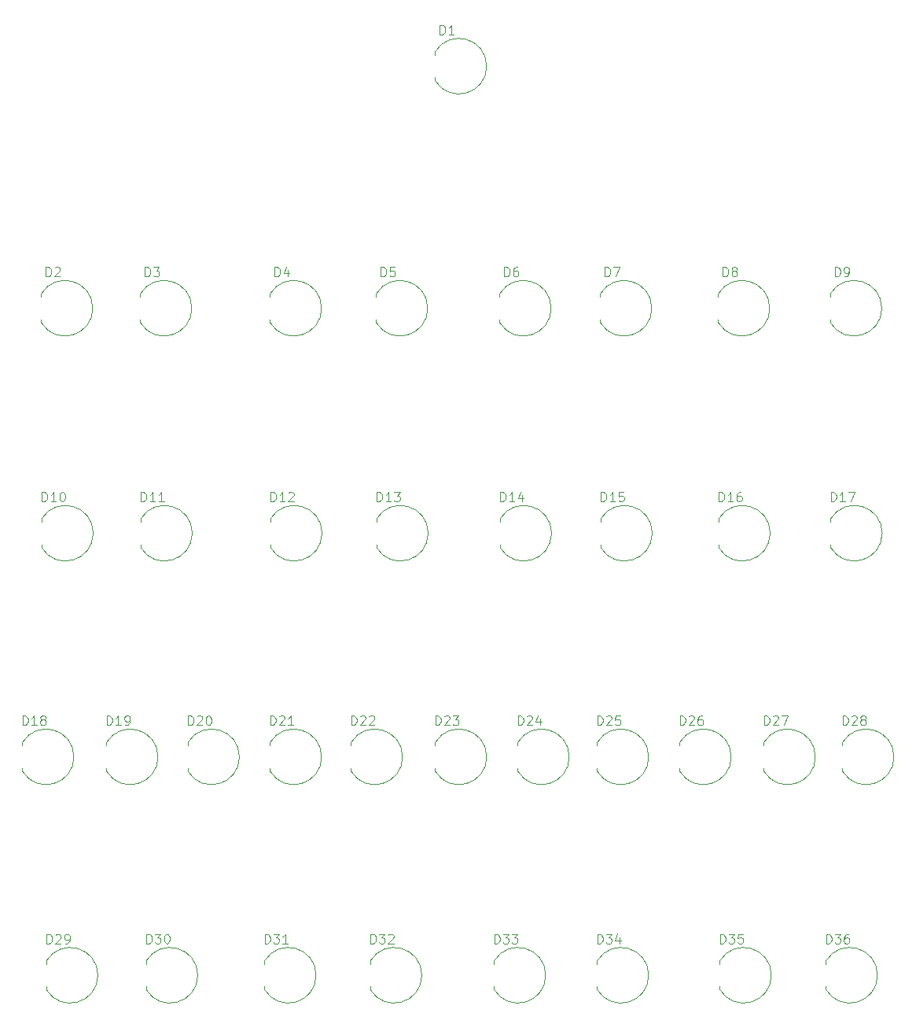
<source format=gbr>
%TF.GenerationSoftware,KiCad,Pcbnew,7.0.7*%
%TF.CreationDate,2024-10-22T18:38:38+02:00*%
%TF.ProjectId,FaceBerlinUhr,46616365-4265-4726-9c69-6e5568722e6b,rev?*%
%TF.SameCoordinates,Original*%
%TF.FileFunction,Legend,Top*%
%TF.FilePolarity,Positive*%
%FSLAX46Y46*%
G04 Gerber Fmt 4.6, Leading zero omitted, Abs format (unit mm)*
G04 Created by KiCad (PCBNEW 7.0.7) date 2024-10-22 18:38:38*
%MOMM*%
%LPD*%
G01*
G04 APERTURE LIST*
%ADD10C,0.100000*%
%ADD11C,0.120000*%
G04 APERTURE END LIST*
D10*
X132262714Y-88722419D02*
X132262714Y-87722419D01*
X132262714Y-87722419D02*
X132500809Y-87722419D01*
X132500809Y-87722419D02*
X132643666Y-87770038D01*
X132643666Y-87770038D02*
X132738904Y-87865276D01*
X132738904Y-87865276D02*
X132786523Y-87960514D01*
X132786523Y-87960514D02*
X132834142Y-88150990D01*
X132834142Y-88150990D02*
X132834142Y-88293847D01*
X132834142Y-88293847D02*
X132786523Y-88484323D01*
X132786523Y-88484323D02*
X132738904Y-88579561D01*
X132738904Y-88579561D02*
X132643666Y-88674800D01*
X132643666Y-88674800D02*
X132500809Y-88722419D01*
X132500809Y-88722419D02*
X132262714Y-88722419D01*
X133786523Y-88722419D02*
X133215095Y-88722419D01*
X133500809Y-88722419D02*
X133500809Y-87722419D01*
X133500809Y-87722419D02*
X133405571Y-87865276D01*
X133405571Y-87865276D02*
X133310333Y-87960514D01*
X133310333Y-87960514D02*
X133215095Y-88008133D01*
X134405571Y-87722419D02*
X134500809Y-87722419D01*
X134500809Y-87722419D02*
X134596047Y-87770038D01*
X134596047Y-87770038D02*
X134643666Y-87817657D01*
X134643666Y-87817657D02*
X134691285Y-87912895D01*
X134691285Y-87912895D02*
X134738904Y-88103371D01*
X134738904Y-88103371D02*
X134738904Y-88341466D01*
X134738904Y-88341466D02*
X134691285Y-88531942D01*
X134691285Y-88531942D02*
X134643666Y-88627180D01*
X134643666Y-88627180D02*
X134596047Y-88674800D01*
X134596047Y-88674800D02*
X134500809Y-88722419D01*
X134500809Y-88722419D02*
X134405571Y-88722419D01*
X134405571Y-88722419D02*
X134310333Y-88674800D01*
X134310333Y-88674800D02*
X134262714Y-88627180D01*
X134262714Y-88627180D02*
X134215095Y-88531942D01*
X134215095Y-88531942D02*
X134167476Y-88341466D01*
X134167476Y-88341466D02*
X134167476Y-88103371D01*
X134167476Y-88103371D02*
X134215095Y-87912895D01*
X134215095Y-87912895D02*
X134262714Y-87817657D01*
X134262714Y-87817657D02*
X134310333Y-87770038D01*
X134310333Y-87770038D02*
X134405571Y-87722419D01*
X217659605Y-64517419D02*
X217659605Y-63517419D01*
X217659605Y-63517419D02*
X217897700Y-63517419D01*
X217897700Y-63517419D02*
X218040557Y-63565038D01*
X218040557Y-63565038D02*
X218135795Y-63660276D01*
X218135795Y-63660276D02*
X218183414Y-63755514D01*
X218183414Y-63755514D02*
X218231033Y-63945990D01*
X218231033Y-63945990D02*
X218231033Y-64088847D01*
X218231033Y-64088847D02*
X218183414Y-64279323D01*
X218183414Y-64279323D02*
X218135795Y-64374561D01*
X218135795Y-64374561D02*
X218040557Y-64469800D01*
X218040557Y-64469800D02*
X217897700Y-64517419D01*
X217897700Y-64517419D02*
X217659605Y-64517419D01*
X218707224Y-64517419D02*
X218897700Y-64517419D01*
X218897700Y-64517419D02*
X218992938Y-64469800D01*
X218992938Y-64469800D02*
X219040557Y-64422180D01*
X219040557Y-64422180D02*
X219135795Y-64279323D01*
X219135795Y-64279323D02*
X219183414Y-64088847D01*
X219183414Y-64088847D02*
X219183414Y-63707895D01*
X219183414Y-63707895D02*
X219135795Y-63612657D01*
X219135795Y-63612657D02*
X219088176Y-63565038D01*
X219088176Y-63565038D02*
X218992938Y-63517419D01*
X218992938Y-63517419D02*
X218802462Y-63517419D01*
X218802462Y-63517419D02*
X218707224Y-63565038D01*
X218707224Y-63565038D02*
X218659605Y-63612657D01*
X218659605Y-63612657D02*
X218611986Y-63707895D01*
X218611986Y-63707895D02*
X218611986Y-63945990D01*
X218611986Y-63945990D02*
X218659605Y-64041228D01*
X218659605Y-64041228D02*
X218707224Y-64088847D01*
X218707224Y-64088847D02*
X218802462Y-64136466D01*
X218802462Y-64136466D02*
X218992938Y-64136466D01*
X218992938Y-64136466D02*
X219088176Y-64088847D01*
X219088176Y-64088847D02*
X219135795Y-64041228D01*
X219135795Y-64041228D02*
X219183414Y-63945990D01*
X168330714Y-88722419D02*
X168330714Y-87722419D01*
X168330714Y-87722419D02*
X168568809Y-87722419D01*
X168568809Y-87722419D02*
X168711666Y-87770038D01*
X168711666Y-87770038D02*
X168806904Y-87865276D01*
X168806904Y-87865276D02*
X168854523Y-87960514D01*
X168854523Y-87960514D02*
X168902142Y-88150990D01*
X168902142Y-88150990D02*
X168902142Y-88293847D01*
X168902142Y-88293847D02*
X168854523Y-88484323D01*
X168854523Y-88484323D02*
X168806904Y-88579561D01*
X168806904Y-88579561D02*
X168711666Y-88674800D01*
X168711666Y-88674800D02*
X168568809Y-88722419D01*
X168568809Y-88722419D02*
X168330714Y-88722419D01*
X169854523Y-88722419D02*
X169283095Y-88722419D01*
X169568809Y-88722419D02*
X169568809Y-87722419D01*
X169568809Y-87722419D02*
X169473571Y-87865276D01*
X169473571Y-87865276D02*
X169378333Y-87960514D01*
X169378333Y-87960514D02*
X169283095Y-88008133D01*
X170187857Y-87722419D02*
X170806904Y-87722419D01*
X170806904Y-87722419D02*
X170473571Y-88103371D01*
X170473571Y-88103371D02*
X170616428Y-88103371D01*
X170616428Y-88103371D02*
X170711666Y-88150990D01*
X170711666Y-88150990D02*
X170759285Y-88198609D01*
X170759285Y-88198609D02*
X170806904Y-88293847D01*
X170806904Y-88293847D02*
X170806904Y-88531942D01*
X170806904Y-88531942D02*
X170759285Y-88627180D01*
X170759285Y-88627180D02*
X170711666Y-88674800D01*
X170711666Y-88674800D02*
X170616428Y-88722419D01*
X170616428Y-88722419D02*
X170330714Y-88722419D01*
X170330714Y-88722419D02*
X170235476Y-88674800D01*
X170235476Y-88674800D02*
X170187857Y-88627180D01*
X148010714Y-112777419D02*
X148010714Y-111777419D01*
X148010714Y-111777419D02*
X148248809Y-111777419D01*
X148248809Y-111777419D02*
X148391666Y-111825038D01*
X148391666Y-111825038D02*
X148486904Y-111920276D01*
X148486904Y-111920276D02*
X148534523Y-112015514D01*
X148534523Y-112015514D02*
X148582142Y-112205990D01*
X148582142Y-112205990D02*
X148582142Y-112348847D01*
X148582142Y-112348847D02*
X148534523Y-112539323D01*
X148534523Y-112539323D02*
X148486904Y-112634561D01*
X148486904Y-112634561D02*
X148391666Y-112729800D01*
X148391666Y-112729800D02*
X148248809Y-112777419D01*
X148248809Y-112777419D02*
X148010714Y-112777419D01*
X148963095Y-111872657D02*
X149010714Y-111825038D01*
X149010714Y-111825038D02*
X149105952Y-111777419D01*
X149105952Y-111777419D02*
X149344047Y-111777419D01*
X149344047Y-111777419D02*
X149439285Y-111825038D01*
X149439285Y-111825038D02*
X149486904Y-111872657D01*
X149486904Y-111872657D02*
X149534523Y-111967895D01*
X149534523Y-111967895D02*
X149534523Y-112063133D01*
X149534523Y-112063133D02*
X149486904Y-112205990D01*
X149486904Y-112205990D02*
X148915476Y-112777419D01*
X148915476Y-112777419D02*
X149534523Y-112777419D01*
X150153571Y-111777419D02*
X150248809Y-111777419D01*
X150248809Y-111777419D02*
X150344047Y-111825038D01*
X150344047Y-111825038D02*
X150391666Y-111872657D01*
X150391666Y-111872657D02*
X150439285Y-111967895D01*
X150439285Y-111967895D02*
X150486904Y-112158371D01*
X150486904Y-112158371D02*
X150486904Y-112396466D01*
X150486904Y-112396466D02*
X150439285Y-112586942D01*
X150439285Y-112586942D02*
X150391666Y-112682180D01*
X150391666Y-112682180D02*
X150344047Y-112729800D01*
X150344047Y-112729800D02*
X150248809Y-112777419D01*
X150248809Y-112777419D02*
X150153571Y-112777419D01*
X150153571Y-112777419D02*
X150058333Y-112729800D01*
X150058333Y-112729800D02*
X150010714Y-112682180D01*
X150010714Y-112682180D02*
X149963095Y-112586942D01*
X149963095Y-112586942D02*
X149915476Y-112396466D01*
X149915476Y-112396466D02*
X149915476Y-112158371D01*
X149915476Y-112158371D02*
X149963095Y-111967895D01*
X149963095Y-111967895D02*
X150010714Y-111872657D01*
X150010714Y-111872657D02*
X150058333Y-111825038D01*
X150058333Y-111825038D02*
X150153571Y-111777419D01*
X156900714Y-88722419D02*
X156900714Y-87722419D01*
X156900714Y-87722419D02*
X157138809Y-87722419D01*
X157138809Y-87722419D02*
X157281666Y-87770038D01*
X157281666Y-87770038D02*
X157376904Y-87865276D01*
X157376904Y-87865276D02*
X157424523Y-87960514D01*
X157424523Y-87960514D02*
X157472142Y-88150990D01*
X157472142Y-88150990D02*
X157472142Y-88293847D01*
X157472142Y-88293847D02*
X157424523Y-88484323D01*
X157424523Y-88484323D02*
X157376904Y-88579561D01*
X157376904Y-88579561D02*
X157281666Y-88674800D01*
X157281666Y-88674800D02*
X157138809Y-88722419D01*
X157138809Y-88722419D02*
X156900714Y-88722419D01*
X158424523Y-88722419D02*
X157853095Y-88722419D01*
X158138809Y-88722419D02*
X158138809Y-87722419D01*
X158138809Y-87722419D02*
X158043571Y-87865276D01*
X158043571Y-87865276D02*
X157948333Y-87960514D01*
X157948333Y-87960514D02*
X157853095Y-88008133D01*
X158805476Y-87817657D02*
X158853095Y-87770038D01*
X158853095Y-87770038D02*
X158948333Y-87722419D01*
X158948333Y-87722419D02*
X159186428Y-87722419D01*
X159186428Y-87722419D02*
X159281666Y-87770038D01*
X159281666Y-87770038D02*
X159329285Y-87817657D01*
X159329285Y-87817657D02*
X159376904Y-87912895D01*
X159376904Y-87912895D02*
X159376904Y-88008133D01*
X159376904Y-88008133D02*
X159329285Y-88150990D01*
X159329285Y-88150990D02*
X158757857Y-88722419D01*
X158757857Y-88722419D02*
X159376904Y-88722419D01*
X192460714Y-88722419D02*
X192460714Y-87722419D01*
X192460714Y-87722419D02*
X192698809Y-87722419D01*
X192698809Y-87722419D02*
X192841666Y-87770038D01*
X192841666Y-87770038D02*
X192936904Y-87865276D01*
X192936904Y-87865276D02*
X192984523Y-87960514D01*
X192984523Y-87960514D02*
X193032142Y-88150990D01*
X193032142Y-88150990D02*
X193032142Y-88293847D01*
X193032142Y-88293847D02*
X192984523Y-88484323D01*
X192984523Y-88484323D02*
X192936904Y-88579561D01*
X192936904Y-88579561D02*
X192841666Y-88674800D01*
X192841666Y-88674800D02*
X192698809Y-88722419D01*
X192698809Y-88722419D02*
X192460714Y-88722419D01*
X193984523Y-88722419D02*
X193413095Y-88722419D01*
X193698809Y-88722419D02*
X193698809Y-87722419D01*
X193698809Y-87722419D02*
X193603571Y-87865276D01*
X193603571Y-87865276D02*
X193508333Y-87960514D01*
X193508333Y-87960514D02*
X193413095Y-88008133D01*
X194889285Y-87722419D02*
X194413095Y-87722419D01*
X194413095Y-87722419D02*
X194365476Y-88198609D01*
X194365476Y-88198609D02*
X194413095Y-88150990D01*
X194413095Y-88150990D02*
X194508333Y-88103371D01*
X194508333Y-88103371D02*
X194746428Y-88103371D01*
X194746428Y-88103371D02*
X194841666Y-88150990D01*
X194841666Y-88150990D02*
X194889285Y-88198609D01*
X194889285Y-88198609D02*
X194936904Y-88293847D01*
X194936904Y-88293847D02*
X194936904Y-88531942D01*
X194936904Y-88531942D02*
X194889285Y-88627180D01*
X194889285Y-88627180D02*
X194841666Y-88674800D01*
X194841666Y-88674800D02*
X194746428Y-88722419D01*
X194746428Y-88722419D02*
X194508333Y-88722419D01*
X194508333Y-88722419D02*
X194413095Y-88674800D01*
X194413095Y-88674800D02*
X194365476Y-88627180D01*
X182057205Y-64517419D02*
X182057205Y-63517419D01*
X182057205Y-63517419D02*
X182295300Y-63517419D01*
X182295300Y-63517419D02*
X182438157Y-63565038D01*
X182438157Y-63565038D02*
X182533395Y-63660276D01*
X182533395Y-63660276D02*
X182581014Y-63755514D01*
X182581014Y-63755514D02*
X182628633Y-63945990D01*
X182628633Y-63945990D02*
X182628633Y-64088847D01*
X182628633Y-64088847D02*
X182581014Y-64279323D01*
X182581014Y-64279323D02*
X182533395Y-64374561D01*
X182533395Y-64374561D02*
X182438157Y-64469800D01*
X182438157Y-64469800D02*
X182295300Y-64517419D01*
X182295300Y-64517419D02*
X182057205Y-64517419D01*
X183485776Y-63517419D02*
X183295300Y-63517419D01*
X183295300Y-63517419D02*
X183200062Y-63565038D01*
X183200062Y-63565038D02*
X183152443Y-63612657D01*
X183152443Y-63612657D02*
X183057205Y-63755514D01*
X183057205Y-63755514D02*
X183009586Y-63945990D01*
X183009586Y-63945990D02*
X183009586Y-64326942D01*
X183009586Y-64326942D02*
X183057205Y-64422180D01*
X183057205Y-64422180D02*
X183104824Y-64469800D01*
X183104824Y-64469800D02*
X183200062Y-64517419D01*
X183200062Y-64517419D02*
X183390538Y-64517419D01*
X183390538Y-64517419D02*
X183485776Y-64469800D01*
X183485776Y-64469800D02*
X183533395Y-64422180D01*
X183533395Y-64422180D02*
X183581014Y-64326942D01*
X183581014Y-64326942D02*
X183581014Y-64088847D01*
X183581014Y-64088847D02*
X183533395Y-63993609D01*
X183533395Y-63993609D02*
X183485776Y-63945990D01*
X183485776Y-63945990D02*
X183390538Y-63898371D01*
X183390538Y-63898371D02*
X183200062Y-63898371D01*
X183200062Y-63898371D02*
X183104824Y-63945990D01*
X183104824Y-63945990D02*
X183057205Y-63993609D01*
X183057205Y-63993609D02*
X183009586Y-64088847D01*
X130188414Y-112777419D02*
X130188414Y-111777419D01*
X130188414Y-111777419D02*
X130426509Y-111777419D01*
X130426509Y-111777419D02*
X130569366Y-111825038D01*
X130569366Y-111825038D02*
X130664604Y-111920276D01*
X130664604Y-111920276D02*
X130712223Y-112015514D01*
X130712223Y-112015514D02*
X130759842Y-112205990D01*
X130759842Y-112205990D02*
X130759842Y-112348847D01*
X130759842Y-112348847D02*
X130712223Y-112539323D01*
X130712223Y-112539323D02*
X130664604Y-112634561D01*
X130664604Y-112634561D02*
X130569366Y-112729800D01*
X130569366Y-112729800D02*
X130426509Y-112777419D01*
X130426509Y-112777419D02*
X130188414Y-112777419D01*
X131712223Y-112777419D02*
X131140795Y-112777419D01*
X131426509Y-112777419D02*
X131426509Y-111777419D01*
X131426509Y-111777419D02*
X131331271Y-111920276D01*
X131331271Y-111920276D02*
X131236033Y-112015514D01*
X131236033Y-112015514D02*
X131140795Y-112063133D01*
X132283652Y-112205990D02*
X132188414Y-112158371D01*
X132188414Y-112158371D02*
X132140795Y-112110752D01*
X132140795Y-112110752D02*
X132093176Y-112015514D01*
X132093176Y-112015514D02*
X132093176Y-111967895D01*
X132093176Y-111967895D02*
X132140795Y-111872657D01*
X132140795Y-111872657D02*
X132188414Y-111825038D01*
X132188414Y-111825038D02*
X132283652Y-111777419D01*
X132283652Y-111777419D02*
X132474128Y-111777419D01*
X132474128Y-111777419D02*
X132569366Y-111825038D01*
X132569366Y-111825038D02*
X132616985Y-111872657D01*
X132616985Y-111872657D02*
X132664604Y-111967895D01*
X132664604Y-111967895D02*
X132664604Y-112015514D01*
X132664604Y-112015514D02*
X132616985Y-112110752D01*
X132616985Y-112110752D02*
X132569366Y-112158371D01*
X132569366Y-112158371D02*
X132474128Y-112205990D01*
X132474128Y-112205990D02*
X132283652Y-112205990D01*
X132283652Y-112205990D02*
X132188414Y-112253609D01*
X132188414Y-112253609D02*
X132140795Y-112301228D01*
X132140795Y-112301228D02*
X132093176Y-112396466D01*
X132093176Y-112396466D02*
X132093176Y-112586942D01*
X132093176Y-112586942D02*
X132140795Y-112682180D01*
X132140795Y-112682180D02*
X132188414Y-112729800D01*
X132188414Y-112729800D02*
X132283652Y-112777419D01*
X132283652Y-112777419D02*
X132474128Y-112777419D01*
X132474128Y-112777419D02*
X132569366Y-112729800D01*
X132569366Y-112729800D02*
X132616985Y-112682180D01*
X132616985Y-112682180D02*
X132664604Y-112586942D01*
X132664604Y-112586942D02*
X132664604Y-112396466D01*
X132664604Y-112396466D02*
X132616985Y-112301228D01*
X132616985Y-112301228D02*
X132569366Y-112253609D01*
X132569366Y-112253609D02*
X132474128Y-112205990D01*
X139247714Y-112777419D02*
X139247714Y-111777419D01*
X139247714Y-111777419D02*
X139485809Y-111777419D01*
X139485809Y-111777419D02*
X139628666Y-111825038D01*
X139628666Y-111825038D02*
X139723904Y-111920276D01*
X139723904Y-111920276D02*
X139771523Y-112015514D01*
X139771523Y-112015514D02*
X139819142Y-112205990D01*
X139819142Y-112205990D02*
X139819142Y-112348847D01*
X139819142Y-112348847D02*
X139771523Y-112539323D01*
X139771523Y-112539323D02*
X139723904Y-112634561D01*
X139723904Y-112634561D02*
X139628666Y-112729800D01*
X139628666Y-112729800D02*
X139485809Y-112777419D01*
X139485809Y-112777419D02*
X139247714Y-112777419D01*
X140771523Y-112777419D02*
X140200095Y-112777419D01*
X140485809Y-112777419D02*
X140485809Y-111777419D01*
X140485809Y-111777419D02*
X140390571Y-111920276D01*
X140390571Y-111920276D02*
X140295333Y-112015514D01*
X140295333Y-112015514D02*
X140200095Y-112063133D01*
X141247714Y-112777419D02*
X141438190Y-112777419D01*
X141438190Y-112777419D02*
X141533428Y-112729800D01*
X141533428Y-112729800D02*
X141581047Y-112682180D01*
X141581047Y-112682180D02*
X141676285Y-112539323D01*
X141676285Y-112539323D02*
X141723904Y-112348847D01*
X141723904Y-112348847D02*
X141723904Y-111967895D01*
X141723904Y-111967895D02*
X141676285Y-111872657D01*
X141676285Y-111872657D02*
X141628666Y-111825038D01*
X141628666Y-111825038D02*
X141533428Y-111777419D01*
X141533428Y-111777419D02*
X141342952Y-111777419D01*
X141342952Y-111777419D02*
X141247714Y-111825038D01*
X141247714Y-111825038D02*
X141200095Y-111872657D01*
X141200095Y-111872657D02*
X141152476Y-111967895D01*
X141152476Y-111967895D02*
X141152476Y-112205990D01*
X141152476Y-112205990D02*
X141200095Y-112301228D01*
X141200095Y-112301228D02*
X141247714Y-112348847D01*
X141247714Y-112348847D02*
X141342952Y-112396466D01*
X141342952Y-112396466D02*
X141533428Y-112396466D01*
X141533428Y-112396466D02*
X141628666Y-112348847D01*
X141628666Y-112348847D02*
X141676285Y-112301228D01*
X141676285Y-112301228D02*
X141723904Y-112205990D01*
X156265714Y-136272419D02*
X156265714Y-135272419D01*
X156265714Y-135272419D02*
X156503809Y-135272419D01*
X156503809Y-135272419D02*
X156646666Y-135320038D01*
X156646666Y-135320038D02*
X156741904Y-135415276D01*
X156741904Y-135415276D02*
X156789523Y-135510514D01*
X156789523Y-135510514D02*
X156837142Y-135700990D01*
X156837142Y-135700990D02*
X156837142Y-135843847D01*
X156837142Y-135843847D02*
X156789523Y-136034323D01*
X156789523Y-136034323D02*
X156741904Y-136129561D01*
X156741904Y-136129561D02*
X156646666Y-136224800D01*
X156646666Y-136224800D02*
X156503809Y-136272419D01*
X156503809Y-136272419D02*
X156265714Y-136272419D01*
X157170476Y-135272419D02*
X157789523Y-135272419D01*
X157789523Y-135272419D02*
X157456190Y-135653371D01*
X157456190Y-135653371D02*
X157599047Y-135653371D01*
X157599047Y-135653371D02*
X157694285Y-135700990D01*
X157694285Y-135700990D02*
X157741904Y-135748609D01*
X157741904Y-135748609D02*
X157789523Y-135843847D01*
X157789523Y-135843847D02*
X157789523Y-136081942D01*
X157789523Y-136081942D02*
X157741904Y-136177180D01*
X157741904Y-136177180D02*
X157694285Y-136224800D01*
X157694285Y-136224800D02*
X157599047Y-136272419D01*
X157599047Y-136272419D02*
X157313333Y-136272419D01*
X157313333Y-136272419D02*
X157218095Y-136224800D01*
X157218095Y-136224800D02*
X157170476Y-136177180D01*
X158741904Y-136272419D02*
X158170476Y-136272419D01*
X158456190Y-136272419D02*
X158456190Y-135272419D01*
X158456190Y-135272419D02*
X158360952Y-135415276D01*
X158360952Y-135415276D02*
X158265714Y-135510514D01*
X158265714Y-135510514D02*
X158170476Y-135558133D01*
X167653414Y-136272419D02*
X167653414Y-135272419D01*
X167653414Y-135272419D02*
X167891509Y-135272419D01*
X167891509Y-135272419D02*
X168034366Y-135320038D01*
X168034366Y-135320038D02*
X168129604Y-135415276D01*
X168129604Y-135415276D02*
X168177223Y-135510514D01*
X168177223Y-135510514D02*
X168224842Y-135700990D01*
X168224842Y-135700990D02*
X168224842Y-135843847D01*
X168224842Y-135843847D02*
X168177223Y-136034323D01*
X168177223Y-136034323D02*
X168129604Y-136129561D01*
X168129604Y-136129561D02*
X168034366Y-136224800D01*
X168034366Y-136224800D02*
X167891509Y-136272419D01*
X167891509Y-136272419D02*
X167653414Y-136272419D01*
X168558176Y-135272419D02*
X169177223Y-135272419D01*
X169177223Y-135272419D02*
X168843890Y-135653371D01*
X168843890Y-135653371D02*
X168986747Y-135653371D01*
X168986747Y-135653371D02*
X169081985Y-135700990D01*
X169081985Y-135700990D02*
X169129604Y-135748609D01*
X169129604Y-135748609D02*
X169177223Y-135843847D01*
X169177223Y-135843847D02*
X169177223Y-136081942D01*
X169177223Y-136081942D02*
X169129604Y-136177180D01*
X169129604Y-136177180D02*
X169081985Y-136224800D01*
X169081985Y-136224800D02*
X168986747Y-136272419D01*
X168986747Y-136272419D02*
X168701033Y-136272419D01*
X168701033Y-136272419D02*
X168605795Y-136224800D01*
X168605795Y-136224800D02*
X168558176Y-136177180D01*
X169558176Y-135367657D02*
X169605795Y-135320038D01*
X169605795Y-135320038D02*
X169701033Y-135272419D01*
X169701033Y-135272419D02*
X169939128Y-135272419D01*
X169939128Y-135272419D02*
X170034366Y-135320038D01*
X170034366Y-135320038D02*
X170081985Y-135367657D01*
X170081985Y-135367657D02*
X170129604Y-135462895D01*
X170129604Y-135462895D02*
X170129604Y-135558133D01*
X170129604Y-135558133D02*
X170081985Y-135700990D01*
X170081985Y-135700990D02*
X169510557Y-136272419D01*
X169510557Y-136272419D02*
X170129604Y-136272419D01*
X205287714Y-136272419D02*
X205287714Y-135272419D01*
X205287714Y-135272419D02*
X205525809Y-135272419D01*
X205525809Y-135272419D02*
X205668666Y-135320038D01*
X205668666Y-135320038D02*
X205763904Y-135415276D01*
X205763904Y-135415276D02*
X205811523Y-135510514D01*
X205811523Y-135510514D02*
X205859142Y-135700990D01*
X205859142Y-135700990D02*
X205859142Y-135843847D01*
X205859142Y-135843847D02*
X205811523Y-136034323D01*
X205811523Y-136034323D02*
X205763904Y-136129561D01*
X205763904Y-136129561D02*
X205668666Y-136224800D01*
X205668666Y-136224800D02*
X205525809Y-136272419D01*
X205525809Y-136272419D02*
X205287714Y-136272419D01*
X206192476Y-135272419D02*
X206811523Y-135272419D01*
X206811523Y-135272419D02*
X206478190Y-135653371D01*
X206478190Y-135653371D02*
X206621047Y-135653371D01*
X206621047Y-135653371D02*
X206716285Y-135700990D01*
X206716285Y-135700990D02*
X206763904Y-135748609D01*
X206763904Y-135748609D02*
X206811523Y-135843847D01*
X206811523Y-135843847D02*
X206811523Y-136081942D01*
X206811523Y-136081942D02*
X206763904Y-136177180D01*
X206763904Y-136177180D02*
X206716285Y-136224800D01*
X206716285Y-136224800D02*
X206621047Y-136272419D01*
X206621047Y-136272419D02*
X206335333Y-136272419D01*
X206335333Y-136272419D02*
X206240095Y-136224800D01*
X206240095Y-136224800D02*
X206192476Y-136177180D01*
X207716285Y-135272419D02*
X207240095Y-135272419D01*
X207240095Y-135272419D02*
X207192476Y-135748609D01*
X207192476Y-135748609D02*
X207240095Y-135700990D01*
X207240095Y-135700990D02*
X207335333Y-135653371D01*
X207335333Y-135653371D02*
X207573428Y-135653371D01*
X207573428Y-135653371D02*
X207668666Y-135700990D01*
X207668666Y-135700990D02*
X207716285Y-135748609D01*
X207716285Y-135748609D02*
X207763904Y-135843847D01*
X207763904Y-135843847D02*
X207763904Y-136081942D01*
X207763904Y-136081942D02*
X207716285Y-136177180D01*
X207716285Y-136177180D02*
X207668666Y-136224800D01*
X207668666Y-136224800D02*
X207573428Y-136272419D01*
X207573428Y-136272419D02*
X207335333Y-136272419D01*
X207335333Y-136272419D02*
X207240095Y-136224800D01*
X207240095Y-136224800D02*
X207192476Y-136177180D01*
X174638414Y-112777419D02*
X174638414Y-111777419D01*
X174638414Y-111777419D02*
X174876509Y-111777419D01*
X174876509Y-111777419D02*
X175019366Y-111825038D01*
X175019366Y-111825038D02*
X175114604Y-111920276D01*
X175114604Y-111920276D02*
X175162223Y-112015514D01*
X175162223Y-112015514D02*
X175209842Y-112205990D01*
X175209842Y-112205990D02*
X175209842Y-112348847D01*
X175209842Y-112348847D02*
X175162223Y-112539323D01*
X175162223Y-112539323D02*
X175114604Y-112634561D01*
X175114604Y-112634561D02*
X175019366Y-112729800D01*
X175019366Y-112729800D02*
X174876509Y-112777419D01*
X174876509Y-112777419D02*
X174638414Y-112777419D01*
X175590795Y-111872657D02*
X175638414Y-111825038D01*
X175638414Y-111825038D02*
X175733652Y-111777419D01*
X175733652Y-111777419D02*
X175971747Y-111777419D01*
X175971747Y-111777419D02*
X176066985Y-111825038D01*
X176066985Y-111825038D02*
X176114604Y-111872657D01*
X176114604Y-111872657D02*
X176162223Y-111967895D01*
X176162223Y-111967895D02*
X176162223Y-112063133D01*
X176162223Y-112063133D02*
X176114604Y-112205990D01*
X176114604Y-112205990D02*
X175543176Y-112777419D01*
X175543176Y-112777419D02*
X176162223Y-112777419D01*
X176495557Y-111777419D02*
X177114604Y-111777419D01*
X177114604Y-111777419D02*
X176781271Y-112158371D01*
X176781271Y-112158371D02*
X176924128Y-112158371D01*
X176924128Y-112158371D02*
X177019366Y-112205990D01*
X177019366Y-112205990D02*
X177066985Y-112253609D01*
X177066985Y-112253609D02*
X177114604Y-112348847D01*
X177114604Y-112348847D02*
X177114604Y-112586942D01*
X177114604Y-112586942D02*
X177066985Y-112682180D01*
X177066985Y-112682180D02*
X177019366Y-112729800D01*
X177019366Y-112729800D02*
X176924128Y-112777419D01*
X176924128Y-112777419D02*
X176638414Y-112777419D01*
X176638414Y-112777419D02*
X176543176Y-112729800D01*
X176543176Y-112729800D02*
X176495557Y-112682180D01*
X192079714Y-112777419D02*
X192079714Y-111777419D01*
X192079714Y-111777419D02*
X192317809Y-111777419D01*
X192317809Y-111777419D02*
X192460666Y-111825038D01*
X192460666Y-111825038D02*
X192555904Y-111920276D01*
X192555904Y-111920276D02*
X192603523Y-112015514D01*
X192603523Y-112015514D02*
X192651142Y-112205990D01*
X192651142Y-112205990D02*
X192651142Y-112348847D01*
X192651142Y-112348847D02*
X192603523Y-112539323D01*
X192603523Y-112539323D02*
X192555904Y-112634561D01*
X192555904Y-112634561D02*
X192460666Y-112729800D01*
X192460666Y-112729800D02*
X192317809Y-112777419D01*
X192317809Y-112777419D02*
X192079714Y-112777419D01*
X193032095Y-111872657D02*
X193079714Y-111825038D01*
X193079714Y-111825038D02*
X193174952Y-111777419D01*
X193174952Y-111777419D02*
X193413047Y-111777419D01*
X193413047Y-111777419D02*
X193508285Y-111825038D01*
X193508285Y-111825038D02*
X193555904Y-111872657D01*
X193555904Y-111872657D02*
X193603523Y-111967895D01*
X193603523Y-111967895D02*
X193603523Y-112063133D01*
X193603523Y-112063133D02*
X193555904Y-112205990D01*
X193555904Y-112205990D02*
X192984476Y-112777419D01*
X192984476Y-112777419D02*
X193603523Y-112777419D01*
X194508285Y-111777419D02*
X194032095Y-111777419D01*
X194032095Y-111777419D02*
X193984476Y-112253609D01*
X193984476Y-112253609D02*
X194032095Y-112205990D01*
X194032095Y-112205990D02*
X194127333Y-112158371D01*
X194127333Y-112158371D02*
X194365428Y-112158371D01*
X194365428Y-112158371D02*
X194460666Y-112205990D01*
X194460666Y-112205990D02*
X194508285Y-112253609D01*
X194508285Y-112253609D02*
X194555904Y-112348847D01*
X194555904Y-112348847D02*
X194555904Y-112586942D01*
X194555904Y-112586942D02*
X194508285Y-112682180D01*
X194508285Y-112682180D02*
X194460666Y-112729800D01*
X194460666Y-112729800D02*
X194365428Y-112777419D01*
X194365428Y-112777419D02*
X194127333Y-112777419D01*
X194127333Y-112777419D02*
X194032095Y-112729800D01*
X194032095Y-112729800D02*
X193984476Y-112682180D01*
X183528414Y-112777419D02*
X183528414Y-111777419D01*
X183528414Y-111777419D02*
X183766509Y-111777419D01*
X183766509Y-111777419D02*
X183909366Y-111825038D01*
X183909366Y-111825038D02*
X184004604Y-111920276D01*
X184004604Y-111920276D02*
X184052223Y-112015514D01*
X184052223Y-112015514D02*
X184099842Y-112205990D01*
X184099842Y-112205990D02*
X184099842Y-112348847D01*
X184099842Y-112348847D02*
X184052223Y-112539323D01*
X184052223Y-112539323D02*
X184004604Y-112634561D01*
X184004604Y-112634561D02*
X183909366Y-112729800D01*
X183909366Y-112729800D02*
X183766509Y-112777419D01*
X183766509Y-112777419D02*
X183528414Y-112777419D01*
X184480795Y-111872657D02*
X184528414Y-111825038D01*
X184528414Y-111825038D02*
X184623652Y-111777419D01*
X184623652Y-111777419D02*
X184861747Y-111777419D01*
X184861747Y-111777419D02*
X184956985Y-111825038D01*
X184956985Y-111825038D02*
X185004604Y-111872657D01*
X185004604Y-111872657D02*
X185052223Y-111967895D01*
X185052223Y-111967895D02*
X185052223Y-112063133D01*
X185052223Y-112063133D02*
X185004604Y-112205990D01*
X185004604Y-112205990D02*
X184433176Y-112777419D01*
X184433176Y-112777419D02*
X185052223Y-112777419D01*
X185909366Y-112110752D02*
X185909366Y-112777419D01*
X185671271Y-111729800D02*
X185433176Y-112444085D01*
X185433176Y-112444085D02*
X186052223Y-112444085D01*
X216717714Y-136272419D02*
X216717714Y-135272419D01*
X216717714Y-135272419D02*
X216955809Y-135272419D01*
X216955809Y-135272419D02*
X217098666Y-135320038D01*
X217098666Y-135320038D02*
X217193904Y-135415276D01*
X217193904Y-135415276D02*
X217241523Y-135510514D01*
X217241523Y-135510514D02*
X217289142Y-135700990D01*
X217289142Y-135700990D02*
X217289142Y-135843847D01*
X217289142Y-135843847D02*
X217241523Y-136034323D01*
X217241523Y-136034323D02*
X217193904Y-136129561D01*
X217193904Y-136129561D02*
X217098666Y-136224800D01*
X217098666Y-136224800D02*
X216955809Y-136272419D01*
X216955809Y-136272419D02*
X216717714Y-136272419D01*
X217622476Y-135272419D02*
X218241523Y-135272419D01*
X218241523Y-135272419D02*
X217908190Y-135653371D01*
X217908190Y-135653371D02*
X218051047Y-135653371D01*
X218051047Y-135653371D02*
X218146285Y-135700990D01*
X218146285Y-135700990D02*
X218193904Y-135748609D01*
X218193904Y-135748609D02*
X218241523Y-135843847D01*
X218241523Y-135843847D02*
X218241523Y-136081942D01*
X218241523Y-136081942D02*
X218193904Y-136177180D01*
X218193904Y-136177180D02*
X218146285Y-136224800D01*
X218146285Y-136224800D02*
X218051047Y-136272419D01*
X218051047Y-136272419D02*
X217765333Y-136272419D01*
X217765333Y-136272419D02*
X217670095Y-136224800D01*
X217670095Y-136224800D02*
X217622476Y-136177180D01*
X219098666Y-135272419D02*
X218908190Y-135272419D01*
X218908190Y-135272419D02*
X218812952Y-135320038D01*
X218812952Y-135320038D02*
X218765333Y-135367657D01*
X218765333Y-135367657D02*
X218670095Y-135510514D01*
X218670095Y-135510514D02*
X218622476Y-135700990D01*
X218622476Y-135700990D02*
X218622476Y-136081942D01*
X218622476Y-136081942D02*
X218670095Y-136177180D01*
X218670095Y-136177180D02*
X218717714Y-136224800D01*
X218717714Y-136224800D02*
X218812952Y-136272419D01*
X218812952Y-136272419D02*
X219003428Y-136272419D01*
X219003428Y-136272419D02*
X219098666Y-136224800D01*
X219098666Y-136224800D02*
X219146285Y-136177180D01*
X219146285Y-136177180D02*
X219193904Y-136081942D01*
X219193904Y-136081942D02*
X219193904Y-135843847D01*
X219193904Y-135843847D02*
X219146285Y-135748609D01*
X219146285Y-135748609D02*
X219098666Y-135700990D01*
X219098666Y-135700990D02*
X219003428Y-135653371D01*
X219003428Y-135653371D02*
X218812952Y-135653371D01*
X218812952Y-135653371D02*
X218717714Y-135700990D01*
X218717714Y-135700990D02*
X218670095Y-135748609D01*
X218670095Y-135748609D02*
X218622476Y-135843847D01*
X210029014Y-112777419D02*
X210029014Y-111777419D01*
X210029014Y-111777419D02*
X210267109Y-111777419D01*
X210267109Y-111777419D02*
X210409966Y-111825038D01*
X210409966Y-111825038D02*
X210505204Y-111920276D01*
X210505204Y-111920276D02*
X210552823Y-112015514D01*
X210552823Y-112015514D02*
X210600442Y-112205990D01*
X210600442Y-112205990D02*
X210600442Y-112348847D01*
X210600442Y-112348847D02*
X210552823Y-112539323D01*
X210552823Y-112539323D02*
X210505204Y-112634561D01*
X210505204Y-112634561D02*
X210409966Y-112729800D01*
X210409966Y-112729800D02*
X210267109Y-112777419D01*
X210267109Y-112777419D02*
X210029014Y-112777419D01*
X210981395Y-111872657D02*
X211029014Y-111825038D01*
X211029014Y-111825038D02*
X211124252Y-111777419D01*
X211124252Y-111777419D02*
X211362347Y-111777419D01*
X211362347Y-111777419D02*
X211457585Y-111825038D01*
X211457585Y-111825038D02*
X211505204Y-111872657D01*
X211505204Y-111872657D02*
X211552823Y-111967895D01*
X211552823Y-111967895D02*
X211552823Y-112063133D01*
X211552823Y-112063133D02*
X211505204Y-112205990D01*
X211505204Y-112205990D02*
X210933776Y-112777419D01*
X210933776Y-112777419D02*
X211552823Y-112777419D01*
X211886157Y-111777419D02*
X212552823Y-111777419D01*
X212552823Y-111777419D02*
X212124252Y-112777419D01*
X156858414Y-112777419D02*
X156858414Y-111777419D01*
X156858414Y-111777419D02*
X157096509Y-111777419D01*
X157096509Y-111777419D02*
X157239366Y-111825038D01*
X157239366Y-111825038D02*
X157334604Y-111920276D01*
X157334604Y-111920276D02*
X157382223Y-112015514D01*
X157382223Y-112015514D02*
X157429842Y-112205990D01*
X157429842Y-112205990D02*
X157429842Y-112348847D01*
X157429842Y-112348847D02*
X157382223Y-112539323D01*
X157382223Y-112539323D02*
X157334604Y-112634561D01*
X157334604Y-112634561D02*
X157239366Y-112729800D01*
X157239366Y-112729800D02*
X157096509Y-112777419D01*
X157096509Y-112777419D02*
X156858414Y-112777419D01*
X157810795Y-111872657D02*
X157858414Y-111825038D01*
X157858414Y-111825038D02*
X157953652Y-111777419D01*
X157953652Y-111777419D02*
X158191747Y-111777419D01*
X158191747Y-111777419D02*
X158286985Y-111825038D01*
X158286985Y-111825038D02*
X158334604Y-111872657D01*
X158334604Y-111872657D02*
X158382223Y-111967895D01*
X158382223Y-111967895D02*
X158382223Y-112063133D01*
X158382223Y-112063133D02*
X158334604Y-112205990D01*
X158334604Y-112205990D02*
X157763176Y-112777419D01*
X157763176Y-112777419D02*
X158382223Y-112777419D01*
X159334604Y-112777419D02*
X158763176Y-112777419D01*
X159048890Y-112777419D02*
X159048890Y-111777419D01*
X159048890Y-111777419D02*
X158953652Y-111920276D01*
X158953652Y-111920276D02*
X158858414Y-112015514D01*
X158858414Y-112015514D02*
X158763176Y-112063133D01*
X181623414Y-88722419D02*
X181623414Y-87722419D01*
X181623414Y-87722419D02*
X181861509Y-87722419D01*
X181861509Y-87722419D02*
X182004366Y-87770038D01*
X182004366Y-87770038D02*
X182099604Y-87865276D01*
X182099604Y-87865276D02*
X182147223Y-87960514D01*
X182147223Y-87960514D02*
X182194842Y-88150990D01*
X182194842Y-88150990D02*
X182194842Y-88293847D01*
X182194842Y-88293847D02*
X182147223Y-88484323D01*
X182147223Y-88484323D02*
X182099604Y-88579561D01*
X182099604Y-88579561D02*
X182004366Y-88674800D01*
X182004366Y-88674800D02*
X181861509Y-88722419D01*
X181861509Y-88722419D02*
X181623414Y-88722419D01*
X183147223Y-88722419D02*
X182575795Y-88722419D01*
X182861509Y-88722419D02*
X182861509Y-87722419D01*
X182861509Y-87722419D02*
X182766271Y-87865276D01*
X182766271Y-87865276D02*
X182671033Y-87960514D01*
X182671033Y-87960514D02*
X182575795Y-88008133D01*
X184004366Y-88055752D02*
X184004366Y-88722419D01*
X183766271Y-87674800D02*
X183528176Y-88389085D01*
X183528176Y-88389085D02*
X184147223Y-88389085D01*
X143364605Y-64517419D02*
X143364605Y-63517419D01*
X143364605Y-63517419D02*
X143602700Y-63517419D01*
X143602700Y-63517419D02*
X143745557Y-63565038D01*
X143745557Y-63565038D02*
X143840795Y-63660276D01*
X143840795Y-63660276D02*
X143888414Y-63755514D01*
X143888414Y-63755514D02*
X143936033Y-63945990D01*
X143936033Y-63945990D02*
X143936033Y-64088847D01*
X143936033Y-64088847D02*
X143888414Y-64279323D01*
X143888414Y-64279323D02*
X143840795Y-64374561D01*
X143840795Y-64374561D02*
X143745557Y-64469800D01*
X143745557Y-64469800D02*
X143602700Y-64517419D01*
X143602700Y-64517419D02*
X143364605Y-64517419D01*
X144269367Y-63517419D02*
X144888414Y-63517419D01*
X144888414Y-63517419D02*
X144555081Y-63898371D01*
X144555081Y-63898371D02*
X144697938Y-63898371D01*
X144697938Y-63898371D02*
X144793176Y-63945990D01*
X144793176Y-63945990D02*
X144840795Y-63993609D01*
X144840795Y-63993609D02*
X144888414Y-64088847D01*
X144888414Y-64088847D02*
X144888414Y-64326942D01*
X144888414Y-64326942D02*
X144840795Y-64422180D01*
X144840795Y-64422180D02*
X144793176Y-64469800D01*
X144793176Y-64469800D02*
X144697938Y-64517419D01*
X144697938Y-64517419D02*
X144412224Y-64517419D01*
X144412224Y-64517419D02*
X144316986Y-64469800D01*
X144316986Y-64469800D02*
X144269367Y-64422180D01*
X205160714Y-88722419D02*
X205160714Y-87722419D01*
X205160714Y-87722419D02*
X205398809Y-87722419D01*
X205398809Y-87722419D02*
X205541666Y-87770038D01*
X205541666Y-87770038D02*
X205636904Y-87865276D01*
X205636904Y-87865276D02*
X205684523Y-87960514D01*
X205684523Y-87960514D02*
X205732142Y-88150990D01*
X205732142Y-88150990D02*
X205732142Y-88293847D01*
X205732142Y-88293847D02*
X205684523Y-88484323D01*
X205684523Y-88484323D02*
X205636904Y-88579561D01*
X205636904Y-88579561D02*
X205541666Y-88674800D01*
X205541666Y-88674800D02*
X205398809Y-88722419D01*
X205398809Y-88722419D02*
X205160714Y-88722419D01*
X206684523Y-88722419D02*
X206113095Y-88722419D01*
X206398809Y-88722419D02*
X206398809Y-87722419D01*
X206398809Y-87722419D02*
X206303571Y-87865276D01*
X206303571Y-87865276D02*
X206208333Y-87960514D01*
X206208333Y-87960514D02*
X206113095Y-88008133D01*
X207541666Y-87722419D02*
X207351190Y-87722419D01*
X207351190Y-87722419D02*
X207255952Y-87770038D01*
X207255952Y-87770038D02*
X207208333Y-87817657D01*
X207208333Y-87817657D02*
X207113095Y-87960514D01*
X207113095Y-87960514D02*
X207065476Y-88150990D01*
X207065476Y-88150990D02*
X207065476Y-88531942D01*
X207065476Y-88531942D02*
X207113095Y-88627180D01*
X207113095Y-88627180D02*
X207160714Y-88674800D01*
X207160714Y-88674800D02*
X207255952Y-88722419D01*
X207255952Y-88722419D02*
X207446428Y-88722419D01*
X207446428Y-88722419D02*
X207541666Y-88674800D01*
X207541666Y-88674800D02*
X207589285Y-88627180D01*
X207589285Y-88627180D02*
X207636904Y-88531942D01*
X207636904Y-88531942D02*
X207636904Y-88293847D01*
X207636904Y-88293847D02*
X207589285Y-88198609D01*
X207589285Y-88198609D02*
X207541666Y-88150990D01*
X207541666Y-88150990D02*
X207446428Y-88103371D01*
X207446428Y-88103371D02*
X207255952Y-88103371D01*
X207255952Y-88103371D02*
X207160714Y-88150990D01*
X207160714Y-88150990D02*
X207113095Y-88198609D01*
X207113095Y-88198609D02*
X207065476Y-88293847D01*
X218495714Y-112777419D02*
X218495714Y-111777419D01*
X218495714Y-111777419D02*
X218733809Y-111777419D01*
X218733809Y-111777419D02*
X218876666Y-111825038D01*
X218876666Y-111825038D02*
X218971904Y-111920276D01*
X218971904Y-111920276D02*
X219019523Y-112015514D01*
X219019523Y-112015514D02*
X219067142Y-112205990D01*
X219067142Y-112205990D02*
X219067142Y-112348847D01*
X219067142Y-112348847D02*
X219019523Y-112539323D01*
X219019523Y-112539323D02*
X218971904Y-112634561D01*
X218971904Y-112634561D02*
X218876666Y-112729800D01*
X218876666Y-112729800D02*
X218733809Y-112777419D01*
X218733809Y-112777419D02*
X218495714Y-112777419D01*
X219448095Y-111872657D02*
X219495714Y-111825038D01*
X219495714Y-111825038D02*
X219590952Y-111777419D01*
X219590952Y-111777419D02*
X219829047Y-111777419D01*
X219829047Y-111777419D02*
X219924285Y-111825038D01*
X219924285Y-111825038D02*
X219971904Y-111872657D01*
X219971904Y-111872657D02*
X220019523Y-111967895D01*
X220019523Y-111967895D02*
X220019523Y-112063133D01*
X220019523Y-112063133D02*
X219971904Y-112205990D01*
X219971904Y-112205990D02*
X219400476Y-112777419D01*
X219400476Y-112777419D02*
X220019523Y-112777419D01*
X220590952Y-112205990D02*
X220495714Y-112158371D01*
X220495714Y-112158371D02*
X220448095Y-112110752D01*
X220448095Y-112110752D02*
X220400476Y-112015514D01*
X220400476Y-112015514D02*
X220400476Y-111967895D01*
X220400476Y-111967895D02*
X220448095Y-111872657D01*
X220448095Y-111872657D02*
X220495714Y-111825038D01*
X220495714Y-111825038D02*
X220590952Y-111777419D01*
X220590952Y-111777419D02*
X220781428Y-111777419D01*
X220781428Y-111777419D02*
X220876666Y-111825038D01*
X220876666Y-111825038D02*
X220924285Y-111872657D01*
X220924285Y-111872657D02*
X220971904Y-111967895D01*
X220971904Y-111967895D02*
X220971904Y-112015514D01*
X220971904Y-112015514D02*
X220924285Y-112110752D01*
X220924285Y-112110752D02*
X220876666Y-112158371D01*
X220876666Y-112158371D02*
X220781428Y-112205990D01*
X220781428Y-112205990D02*
X220590952Y-112205990D01*
X220590952Y-112205990D02*
X220495714Y-112253609D01*
X220495714Y-112253609D02*
X220448095Y-112301228D01*
X220448095Y-112301228D02*
X220400476Y-112396466D01*
X220400476Y-112396466D02*
X220400476Y-112586942D01*
X220400476Y-112586942D02*
X220448095Y-112682180D01*
X220448095Y-112682180D02*
X220495714Y-112729800D01*
X220495714Y-112729800D02*
X220590952Y-112777419D01*
X220590952Y-112777419D02*
X220781428Y-112777419D01*
X220781428Y-112777419D02*
X220876666Y-112729800D01*
X220876666Y-112729800D02*
X220924285Y-112682180D01*
X220924285Y-112682180D02*
X220971904Y-112586942D01*
X220971904Y-112586942D02*
X220971904Y-112396466D01*
X220971904Y-112396466D02*
X220924285Y-112301228D01*
X220924285Y-112301228D02*
X220876666Y-112253609D01*
X220876666Y-112253609D02*
X220781428Y-112205990D01*
X192079714Y-136272419D02*
X192079714Y-135272419D01*
X192079714Y-135272419D02*
X192317809Y-135272419D01*
X192317809Y-135272419D02*
X192460666Y-135320038D01*
X192460666Y-135320038D02*
X192555904Y-135415276D01*
X192555904Y-135415276D02*
X192603523Y-135510514D01*
X192603523Y-135510514D02*
X192651142Y-135700990D01*
X192651142Y-135700990D02*
X192651142Y-135843847D01*
X192651142Y-135843847D02*
X192603523Y-136034323D01*
X192603523Y-136034323D02*
X192555904Y-136129561D01*
X192555904Y-136129561D02*
X192460666Y-136224800D01*
X192460666Y-136224800D02*
X192317809Y-136272419D01*
X192317809Y-136272419D02*
X192079714Y-136272419D01*
X192984476Y-135272419D02*
X193603523Y-135272419D01*
X193603523Y-135272419D02*
X193270190Y-135653371D01*
X193270190Y-135653371D02*
X193413047Y-135653371D01*
X193413047Y-135653371D02*
X193508285Y-135700990D01*
X193508285Y-135700990D02*
X193555904Y-135748609D01*
X193555904Y-135748609D02*
X193603523Y-135843847D01*
X193603523Y-135843847D02*
X193603523Y-136081942D01*
X193603523Y-136081942D02*
X193555904Y-136177180D01*
X193555904Y-136177180D02*
X193508285Y-136224800D01*
X193508285Y-136224800D02*
X193413047Y-136272419D01*
X193413047Y-136272419D02*
X193127333Y-136272419D01*
X193127333Y-136272419D02*
X193032095Y-136224800D01*
X193032095Y-136224800D02*
X192984476Y-136177180D01*
X194460666Y-135605752D02*
X194460666Y-136272419D01*
X194222571Y-135224800D02*
X193984476Y-135939085D01*
X193984476Y-135939085D02*
X194603523Y-135939085D01*
X192894605Y-64517419D02*
X192894605Y-63517419D01*
X192894605Y-63517419D02*
X193132700Y-63517419D01*
X193132700Y-63517419D02*
X193275557Y-63565038D01*
X193275557Y-63565038D02*
X193370795Y-63660276D01*
X193370795Y-63660276D02*
X193418414Y-63755514D01*
X193418414Y-63755514D02*
X193466033Y-63945990D01*
X193466033Y-63945990D02*
X193466033Y-64088847D01*
X193466033Y-64088847D02*
X193418414Y-64279323D01*
X193418414Y-64279323D02*
X193370795Y-64374561D01*
X193370795Y-64374561D02*
X193275557Y-64469800D01*
X193275557Y-64469800D02*
X193132700Y-64517419D01*
X193132700Y-64517419D02*
X192894605Y-64517419D01*
X193799367Y-63517419D02*
X194466033Y-63517419D01*
X194466033Y-63517419D02*
X194037462Y-64517419D01*
X180988414Y-136272419D02*
X180988414Y-135272419D01*
X180988414Y-135272419D02*
X181226509Y-135272419D01*
X181226509Y-135272419D02*
X181369366Y-135320038D01*
X181369366Y-135320038D02*
X181464604Y-135415276D01*
X181464604Y-135415276D02*
X181512223Y-135510514D01*
X181512223Y-135510514D02*
X181559842Y-135700990D01*
X181559842Y-135700990D02*
X181559842Y-135843847D01*
X181559842Y-135843847D02*
X181512223Y-136034323D01*
X181512223Y-136034323D02*
X181464604Y-136129561D01*
X181464604Y-136129561D02*
X181369366Y-136224800D01*
X181369366Y-136224800D02*
X181226509Y-136272419D01*
X181226509Y-136272419D02*
X180988414Y-136272419D01*
X181893176Y-135272419D02*
X182512223Y-135272419D01*
X182512223Y-135272419D02*
X182178890Y-135653371D01*
X182178890Y-135653371D02*
X182321747Y-135653371D01*
X182321747Y-135653371D02*
X182416985Y-135700990D01*
X182416985Y-135700990D02*
X182464604Y-135748609D01*
X182464604Y-135748609D02*
X182512223Y-135843847D01*
X182512223Y-135843847D02*
X182512223Y-136081942D01*
X182512223Y-136081942D02*
X182464604Y-136177180D01*
X182464604Y-136177180D02*
X182416985Y-136224800D01*
X182416985Y-136224800D02*
X182321747Y-136272419D01*
X182321747Y-136272419D02*
X182036033Y-136272419D01*
X182036033Y-136272419D02*
X181940795Y-136224800D01*
X181940795Y-136224800D02*
X181893176Y-136177180D01*
X182845557Y-135272419D02*
X183464604Y-135272419D01*
X183464604Y-135272419D02*
X183131271Y-135653371D01*
X183131271Y-135653371D02*
X183274128Y-135653371D01*
X183274128Y-135653371D02*
X183369366Y-135700990D01*
X183369366Y-135700990D02*
X183416985Y-135748609D01*
X183416985Y-135748609D02*
X183464604Y-135843847D01*
X183464604Y-135843847D02*
X183464604Y-136081942D01*
X183464604Y-136081942D02*
X183416985Y-136177180D01*
X183416985Y-136177180D02*
X183369366Y-136224800D01*
X183369366Y-136224800D02*
X183274128Y-136272419D01*
X183274128Y-136272419D02*
X182988414Y-136272419D01*
X182988414Y-136272419D02*
X182893176Y-136224800D01*
X182893176Y-136224800D02*
X182845557Y-136177180D01*
X157334605Y-64517419D02*
X157334605Y-63517419D01*
X157334605Y-63517419D02*
X157572700Y-63517419D01*
X157572700Y-63517419D02*
X157715557Y-63565038D01*
X157715557Y-63565038D02*
X157810795Y-63660276D01*
X157810795Y-63660276D02*
X157858414Y-63755514D01*
X157858414Y-63755514D02*
X157906033Y-63945990D01*
X157906033Y-63945990D02*
X157906033Y-64088847D01*
X157906033Y-64088847D02*
X157858414Y-64279323D01*
X157858414Y-64279323D02*
X157810795Y-64374561D01*
X157810795Y-64374561D02*
X157715557Y-64469800D01*
X157715557Y-64469800D02*
X157572700Y-64517419D01*
X157572700Y-64517419D02*
X157334605Y-64517419D01*
X158763176Y-63850752D02*
X158763176Y-64517419D01*
X158525081Y-63469800D02*
X158286986Y-64184085D01*
X158286986Y-64184085D02*
X158906033Y-64184085D01*
X217225714Y-88722419D02*
X217225714Y-87722419D01*
X217225714Y-87722419D02*
X217463809Y-87722419D01*
X217463809Y-87722419D02*
X217606666Y-87770038D01*
X217606666Y-87770038D02*
X217701904Y-87865276D01*
X217701904Y-87865276D02*
X217749523Y-87960514D01*
X217749523Y-87960514D02*
X217797142Y-88150990D01*
X217797142Y-88150990D02*
X217797142Y-88293847D01*
X217797142Y-88293847D02*
X217749523Y-88484323D01*
X217749523Y-88484323D02*
X217701904Y-88579561D01*
X217701904Y-88579561D02*
X217606666Y-88674800D01*
X217606666Y-88674800D02*
X217463809Y-88722419D01*
X217463809Y-88722419D02*
X217225714Y-88722419D01*
X218749523Y-88722419D02*
X218178095Y-88722419D01*
X218463809Y-88722419D02*
X218463809Y-87722419D01*
X218463809Y-87722419D02*
X218368571Y-87865276D01*
X218368571Y-87865276D02*
X218273333Y-87960514D01*
X218273333Y-87960514D02*
X218178095Y-88008133D01*
X219082857Y-87722419D02*
X219749523Y-87722419D01*
X219749523Y-87722419D02*
X219320952Y-88722419D01*
X200969714Y-112777419D02*
X200969714Y-111777419D01*
X200969714Y-111777419D02*
X201207809Y-111777419D01*
X201207809Y-111777419D02*
X201350666Y-111825038D01*
X201350666Y-111825038D02*
X201445904Y-111920276D01*
X201445904Y-111920276D02*
X201493523Y-112015514D01*
X201493523Y-112015514D02*
X201541142Y-112205990D01*
X201541142Y-112205990D02*
X201541142Y-112348847D01*
X201541142Y-112348847D02*
X201493523Y-112539323D01*
X201493523Y-112539323D02*
X201445904Y-112634561D01*
X201445904Y-112634561D02*
X201350666Y-112729800D01*
X201350666Y-112729800D02*
X201207809Y-112777419D01*
X201207809Y-112777419D02*
X200969714Y-112777419D01*
X201922095Y-111872657D02*
X201969714Y-111825038D01*
X201969714Y-111825038D02*
X202064952Y-111777419D01*
X202064952Y-111777419D02*
X202303047Y-111777419D01*
X202303047Y-111777419D02*
X202398285Y-111825038D01*
X202398285Y-111825038D02*
X202445904Y-111872657D01*
X202445904Y-111872657D02*
X202493523Y-111967895D01*
X202493523Y-111967895D02*
X202493523Y-112063133D01*
X202493523Y-112063133D02*
X202445904Y-112205990D01*
X202445904Y-112205990D02*
X201874476Y-112777419D01*
X201874476Y-112777419D02*
X202493523Y-112777419D01*
X203350666Y-111777419D02*
X203160190Y-111777419D01*
X203160190Y-111777419D02*
X203064952Y-111825038D01*
X203064952Y-111825038D02*
X203017333Y-111872657D01*
X203017333Y-111872657D02*
X202922095Y-112015514D01*
X202922095Y-112015514D02*
X202874476Y-112205990D01*
X202874476Y-112205990D02*
X202874476Y-112586942D01*
X202874476Y-112586942D02*
X202922095Y-112682180D01*
X202922095Y-112682180D02*
X202969714Y-112729800D01*
X202969714Y-112729800D02*
X203064952Y-112777419D01*
X203064952Y-112777419D02*
X203255428Y-112777419D01*
X203255428Y-112777419D02*
X203350666Y-112729800D01*
X203350666Y-112729800D02*
X203398285Y-112682180D01*
X203398285Y-112682180D02*
X203445904Y-112586942D01*
X203445904Y-112586942D02*
X203445904Y-112348847D01*
X203445904Y-112348847D02*
X203398285Y-112253609D01*
X203398285Y-112253609D02*
X203350666Y-112205990D01*
X203350666Y-112205990D02*
X203255428Y-112158371D01*
X203255428Y-112158371D02*
X203064952Y-112158371D01*
X203064952Y-112158371D02*
X202969714Y-112205990D01*
X202969714Y-112205990D02*
X202922095Y-112253609D01*
X202922095Y-112253609D02*
X202874476Y-112348847D01*
X175106905Y-38482419D02*
X175106905Y-37482419D01*
X175106905Y-37482419D02*
X175345000Y-37482419D01*
X175345000Y-37482419D02*
X175487857Y-37530038D01*
X175487857Y-37530038D02*
X175583095Y-37625276D01*
X175583095Y-37625276D02*
X175630714Y-37720514D01*
X175630714Y-37720514D02*
X175678333Y-37910990D01*
X175678333Y-37910990D02*
X175678333Y-38053847D01*
X175678333Y-38053847D02*
X175630714Y-38244323D01*
X175630714Y-38244323D02*
X175583095Y-38339561D01*
X175583095Y-38339561D02*
X175487857Y-38434800D01*
X175487857Y-38434800D02*
X175345000Y-38482419D01*
X175345000Y-38482419D02*
X175106905Y-38482419D01*
X176630714Y-38482419D02*
X176059286Y-38482419D01*
X176345000Y-38482419D02*
X176345000Y-37482419D01*
X176345000Y-37482419D02*
X176249762Y-37625276D01*
X176249762Y-37625276D02*
X176154524Y-37720514D01*
X176154524Y-37720514D02*
X176059286Y-37768133D01*
X142930714Y-88722419D02*
X142930714Y-87722419D01*
X142930714Y-87722419D02*
X143168809Y-87722419D01*
X143168809Y-87722419D02*
X143311666Y-87770038D01*
X143311666Y-87770038D02*
X143406904Y-87865276D01*
X143406904Y-87865276D02*
X143454523Y-87960514D01*
X143454523Y-87960514D02*
X143502142Y-88150990D01*
X143502142Y-88150990D02*
X143502142Y-88293847D01*
X143502142Y-88293847D02*
X143454523Y-88484323D01*
X143454523Y-88484323D02*
X143406904Y-88579561D01*
X143406904Y-88579561D02*
X143311666Y-88674800D01*
X143311666Y-88674800D02*
X143168809Y-88722419D01*
X143168809Y-88722419D02*
X142930714Y-88722419D01*
X144454523Y-88722419D02*
X143883095Y-88722419D01*
X144168809Y-88722419D02*
X144168809Y-87722419D01*
X144168809Y-87722419D02*
X144073571Y-87865276D01*
X144073571Y-87865276D02*
X143978333Y-87960514D01*
X143978333Y-87960514D02*
X143883095Y-88008133D01*
X145406904Y-88722419D02*
X144835476Y-88722419D01*
X145121190Y-88722419D02*
X145121190Y-87722419D01*
X145121190Y-87722419D02*
X145025952Y-87865276D01*
X145025952Y-87865276D02*
X144930714Y-87960514D01*
X144930714Y-87960514D02*
X144835476Y-88008133D01*
X132696605Y-64517419D02*
X132696605Y-63517419D01*
X132696605Y-63517419D02*
X132934700Y-63517419D01*
X132934700Y-63517419D02*
X133077557Y-63565038D01*
X133077557Y-63565038D02*
X133172795Y-63660276D01*
X133172795Y-63660276D02*
X133220414Y-63755514D01*
X133220414Y-63755514D02*
X133268033Y-63945990D01*
X133268033Y-63945990D02*
X133268033Y-64088847D01*
X133268033Y-64088847D02*
X133220414Y-64279323D01*
X133220414Y-64279323D02*
X133172795Y-64374561D01*
X133172795Y-64374561D02*
X133077557Y-64469800D01*
X133077557Y-64469800D02*
X132934700Y-64517419D01*
X132934700Y-64517419D02*
X132696605Y-64517419D01*
X133648986Y-63612657D02*
X133696605Y-63565038D01*
X133696605Y-63565038D02*
X133791843Y-63517419D01*
X133791843Y-63517419D02*
X134029938Y-63517419D01*
X134029938Y-63517419D02*
X134125176Y-63565038D01*
X134125176Y-63565038D02*
X134172795Y-63612657D01*
X134172795Y-63612657D02*
X134220414Y-63707895D01*
X134220414Y-63707895D02*
X134220414Y-63803133D01*
X134220414Y-63803133D02*
X134172795Y-63945990D01*
X134172795Y-63945990D02*
X133601367Y-64517419D01*
X133601367Y-64517419D02*
X134220414Y-64517419D01*
X132770714Y-136272419D02*
X132770714Y-135272419D01*
X132770714Y-135272419D02*
X133008809Y-135272419D01*
X133008809Y-135272419D02*
X133151666Y-135320038D01*
X133151666Y-135320038D02*
X133246904Y-135415276D01*
X133246904Y-135415276D02*
X133294523Y-135510514D01*
X133294523Y-135510514D02*
X133342142Y-135700990D01*
X133342142Y-135700990D02*
X133342142Y-135843847D01*
X133342142Y-135843847D02*
X133294523Y-136034323D01*
X133294523Y-136034323D02*
X133246904Y-136129561D01*
X133246904Y-136129561D02*
X133151666Y-136224800D01*
X133151666Y-136224800D02*
X133008809Y-136272419D01*
X133008809Y-136272419D02*
X132770714Y-136272419D01*
X133723095Y-135367657D02*
X133770714Y-135320038D01*
X133770714Y-135320038D02*
X133865952Y-135272419D01*
X133865952Y-135272419D02*
X134104047Y-135272419D01*
X134104047Y-135272419D02*
X134199285Y-135320038D01*
X134199285Y-135320038D02*
X134246904Y-135367657D01*
X134246904Y-135367657D02*
X134294523Y-135462895D01*
X134294523Y-135462895D02*
X134294523Y-135558133D01*
X134294523Y-135558133D02*
X134246904Y-135700990D01*
X134246904Y-135700990D02*
X133675476Y-136272419D01*
X133675476Y-136272419D02*
X134294523Y-136272419D01*
X134770714Y-136272419D02*
X134961190Y-136272419D01*
X134961190Y-136272419D02*
X135056428Y-136224800D01*
X135056428Y-136224800D02*
X135104047Y-136177180D01*
X135104047Y-136177180D02*
X135199285Y-136034323D01*
X135199285Y-136034323D02*
X135246904Y-135843847D01*
X135246904Y-135843847D02*
X135246904Y-135462895D01*
X135246904Y-135462895D02*
X135199285Y-135367657D01*
X135199285Y-135367657D02*
X135151666Y-135320038D01*
X135151666Y-135320038D02*
X135056428Y-135272419D01*
X135056428Y-135272419D02*
X134865952Y-135272419D01*
X134865952Y-135272419D02*
X134770714Y-135320038D01*
X134770714Y-135320038D02*
X134723095Y-135367657D01*
X134723095Y-135367657D02*
X134675476Y-135462895D01*
X134675476Y-135462895D02*
X134675476Y-135700990D01*
X134675476Y-135700990D02*
X134723095Y-135796228D01*
X134723095Y-135796228D02*
X134770714Y-135843847D01*
X134770714Y-135843847D02*
X134865952Y-135891466D01*
X134865952Y-135891466D02*
X135056428Y-135891466D01*
X135056428Y-135891466D02*
X135151666Y-135843847D01*
X135151666Y-135843847D02*
X135199285Y-135796228D01*
X135199285Y-135796228D02*
X135246904Y-135700990D01*
X205594605Y-64517419D02*
X205594605Y-63517419D01*
X205594605Y-63517419D02*
X205832700Y-63517419D01*
X205832700Y-63517419D02*
X205975557Y-63565038D01*
X205975557Y-63565038D02*
X206070795Y-63660276D01*
X206070795Y-63660276D02*
X206118414Y-63755514D01*
X206118414Y-63755514D02*
X206166033Y-63945990D01*
X206166033Y-63945990D02*
X206166033Y-64088847D01*
X206166033Y-64088847D02*
X206118414Y-64279323D01*
X206118414Y-64279323D02*
X206070795Y-64374561D01*
X206070795Y-64374561D02*
X205975557Y-64469800D01*
X205975557Y-64469800D02*
X205832700Y-64517419D01*
X205832700Y-64517419D02*
X205594605Y-64517419D01*
X206737462Y-63945990D02*
X206642224Y-63898371D01*
X206642224Y-63898371D02*
X206594605Y-63850752D01*
X206594605Y-63850752D02*
X206546986Y-63755514D01*
X206546986Y-63755514D02*
X206546986Y-63707895D01*
X206546986Y-63707895D02*
X206594605Y-63612657D01*
X206594605Y-63612657D02*
X206642224Y-63565038D01*
X206642224Y-63565038D02*
X206737462Y-63517419D01*
X206737462Y-63517419D02*
X206927938Y-63517419D01*
X206927938Y-63517419D02*
X207023176Y-63565038D01*
X207023176Y-63565038D02*
X207070795Y-63612657D01*
X207070795Y-63612657D02*
X207118414Y-63707895D01*
X207118414Y-63707895D02*
X207118414Y-63755514D01*
X207118414Y-63755514D02*
X207070795Y-63850752D01*
X207070795Y-63850752D02*
X207023176Y-63898371D01*
X207023176Y-63898371D02*
X206927938Y-63945990D01*
X206927938Y-63945990D02*
X206737462Y-63945990D01*
X206737462Y-63945990D02*
X206642224Y-63993609D01*
X206642224Y-63993609D02*
X206594605Y-64041228D01*
X206594605Y-64041228D02*
X206546986Y-64136466D01*
X206546986Y-64136466D02*
X206546986Y-64326942D01*
X206546986Y-64326942D02*
X206594605Y-64422180D01*
X206594605Y-64422180D02*
X206642224Y-64469800D01*
X206642224Y-64469800D02*
X206737462Y-64517419D01*
X206737462Y-64517419D02*
X206927938Y-64517419D01*
X206927938Y-64517419D02*
X207023176Y-64469800D01*
X207023176Y-64469800D02*
X207070795Y-64422180D01*
X207070795Y-64422180D02*
X207118414Y-64326942D01*
X207118414Y-64326942D02*
X207118414Y-64136466D01*
X207118414Y-64136466D02*
X207070795Y-64041228D01*
X207070795Y-64041228D02*
X207023176Y-63993609D01*
X207023176Y-63993609D02*
X206927938Y-63945990D01*
X165579014Y-112777419D02*
X165579014Y-111777419D01*
X165579014Y-111777419D02*
X165817109Y-111777419D01*
X165817109Y-111777419D02*
X165959966Y-111825038D01*
X165959966Y-111825038D02*
X166055204Y-111920276D01*
X166055204Y-111920276D02*
X166102823Y-112015514D01*
X166102823Y-112015514D02*
X166150442Y-112205990D01*
X166150442Y-112205990D02*
X166150442Y-112348847D01*
X166150442Y-112348847D02*
X166102823Y-112539323D01*
X166102823Y-112539323D02*
X166055204Y-112634561D01*
X166055204Y-112634561D02*
X165959966Y-112729800D01*
X165959966Y-112729800D02*
X165817109Y-112777419D01*
X165817109Y-112777419D02*
X165579014Y-112777419D01*
X166531395Y-111872657D02*
X166579014Y-111825038D01*
X166579014Y-111825038D02*
X166674252Y-111777419D01*
X166674252Y-111777419D02*
X166912347Y-111777419D01*
X166912347Y-111777419D02*
X167007585Y-111825038D01*
X167007585Y-111825038D02*
X167055204Y-111872657D01*
X167055204Y-111872657D02*
X167102823Y-111967895D01*
X167102823Y-111967895D02*
X167102823Y-112063133D01*
X167102823Y-112063133D02*
X167055204Y-112205990D01*
X167055204Y-112205990D02*
X166483776Y-112777419D01*
X166483776Y-112777419D02*
X167102823Y-112777419D01*
X167483776Y-111872657D02*
X167531395Y-111825038D01*
X167531395Y-111825038D02*
X167626633Y-111777419D01*
X167626633Y-111777419D02*
X167864728Y-111777419D01*
X167864728Y-111777419D02*
X167959966Y-111825038D01*
X167959966Y-111825038D02*
X168007585Y-111872657D01*
X168007585Y-111872657D02*
X168055204Y-111967895D01*
X168055204Y-111967895D02*
X168055204Y-112063133D01*
X168055204Y-112063133D02*
X168007585Y-112205990D01*
X168007585Y-112205990D02*
X167436157Y-112777419D01*
X167436157Y-112777419D02*
X168055204Y-112777419D01*
X168764605Y-64517419D02*
X168764605Y-63517419D01*
X168764605Y-63517419D02*
X169002700Y-63517419D01*
X169002700Y-63517419D02*
X169145557Y-63565038D01*
X169145557Y-63565038D02*
X169240795Y-63660276D01*
X169240795Y-63660276D02*
X169288414Y-63755514D01*
X169288414Y-63755514D02*
X169336033Y-63945990D01*
X169336033Y-63945990D02*
X169336033Y-64088847D01*
X169336033Y-64088847D02*
X169288414Y-64279323D01*
X169288414Y-64279323D02*
X169240795Y-64374561D01*
X169240795Y-64374561D02*
X169145557Y-64469800D01*
X169145557Y-64469800D02*
X169002700Y-64517419D01*
X169002700Y-64517419D02*
X168764605Y-64517419D01*
X170240795Y-63517419D02*
X169764605Y-63517419D01*
X169764605Y-63517419D02*
X169716986Y-63993609D01*
X169716986Y-63993609D02*
X169764605Y-63945990D01*
X169764605Y-63945990D02*
X169859843Y-63898371D01*
X169859843Y-63898371D02*
X170097938Y-63898371D01*
X170097938Y-63898371D02*
X170193176Y-63945990D01*
X170193176Y-63945990D02*
X170240795Y-63993609D01*
X170240795Y-63993609D02*
X170288414Y-64088847D01*
X170288414Y-64088847D02*
X170288414Y-64326942D01*
X170288414Y-64326942D02*
X170240795Y-64422180D01*
X170240795Y-64422180D02*
X170193176Y-64469800D01*
X170193176Y-64469800D02*
X170097938Y-64517419D01*
X170097938Y-64517419D02*
X169859843Y-64517419D01*
X169859843Y-64517419D02*
X169764605Y-64469800D01*
X169764605Y-64469800D02*
X169716986Y-64422180D01*
X143523414Y-136272419D02*
X143523414Y-135272419D01*
X143523414Y-135272419D02*
X143761509Y-135272419D01*
X143761509Y-135272419D02*
X143904366Y-135320038D01*
X143904366Y-135320038D02*
X143999604Y-135415276D01*
X143999604Y-135415276D02*
X144047223Y-135510514D01*
X144047223Y-135510514D02*
X144094842Y-135700990D01*
X144094842Y-135700990D02*
X144094842Y-135843847D01*
X144094842Y-135843847D02*
X144047223Y-136034323D01*
X144047223Y-136034323D02*
X143999604Y-136129561D01*
X143999604Y-136129561D02*
X143904366Y-136224800D01*
X143904366Y-136224800D02*
X143761509Y-136272419D01*
X143761509Y-136272419D02*
X143523414Y-136272419D01*
X144428176Y-135272419D02*
X145047223Y-135272419D01*
X145047223Y-135272419D02*
X144713890Y-135653371D01*
X144713890Y-135653371D02*
X144856747Y-135653371D01*
X144856747Y-135653371D02*
X144951985Y-135700990D01*
X144951985Y-135700990D02*
X144999604Y-135748609D01*
X144999604Y-135748609D02*
X145047223Y-135843847D01*
X145047223Y-135843847D02*
X145047223Y-136081942D01*
X145047223Y-136081942D02*
X144999604Y-136177180D01*
X144999604Y-136177180D02*
X144951985Y-136224800D01*
X144951985Y-136224800D02*
X144856747Y-136272419D01*
X144856747Y-136272419D02*
X144571033Y-136272419D01*
X144571033Y-136272419D02*
X144475795Y-136224800D01*
X144475795Y-136224800D02*
X144428176Y-136177180D01*
X145666271Y-135272419D02*
X145761509Y-135272419D01*
X145761509Y-135272419D02*
X145856747Y-135320038D01*
X145856747Y-135320038D02*
X145904366Y-135367657D01*
X145904366Y-135367657D02*
X145951985Y-135462895D01*
X145951985Y-135462895D02*
X145999604Y-135653371D01*
X145999604Y-135653371D02*
X145999604Y-135891466D01*
X145999604Y-135891466D02*
X145951985Y-136081942D01*
X145951985Y-136081942D02*
X145904366Y-136177180D01*
X145904366Y-136177180D02*
X145856747Y-136224800D01*
X145856747Y-136224800D02*
X145761509Y-136272419D01*
X145761509Y-136272419D02*
X145666271Y-136272419D01*
X145666271Y-136272419D02*
X145571033Y-136224800D01*
X145571033Y-136224800D02*
X145523414Y-136177180D01*
X145523414Y-136177180D02*
X145475795Y-136081942D01*
X145475795Y-136081942D02*
X145428176Y-135891466D01*
X145428176Y-135891466D02*
X145428176Y-135653371D01*
X145428176Y-135653371D02*
X145475795Y-135462895D01*
X145475795Y-135462895D02*
X145523414Y-135367657D01*
X145523414Y-135367657D02*
X145571033Y-135320038D01*
X145571033Y-135320038D02*
X145666271Y-135272419D01*
D11*
%TO.C,D10*%
X132232000Y-90605170D02*
X132232000Y-90955170D01*
X132232000Y-93345000D02*
X132232000Y-93695000D01*
X137781999Y-92150462D02*
G75*
G03*
X132232001Y-90605170I-2989999J462D01*
G01*
X132232000Y-93694830D02*
G75*
G03*
X137782000Y-92149538I2560000J1544830D01*
G01*
%TO.C,D9*%
X217152700Y-66400170D02*
X217152700Y-66750170D01*
X217152700Y-69140000D02*
X217152700Y-69490000D01*
X222702699Y-67945462D02*
G75*
G03*
X217152701Y-66400170I-2989999J462D01*
G01*
X217152700Y-69489830D02*
G75*
G03*
X222702700Y-67944538I2560000J1544830D01*
G01*
%TO.C,D13*%
X168300000Y-90605170D02*
X168300000Y-90955170D01*
X168300000Y-93345000D02*
X168300000Y-93695000D01*
X173849999Y-92150462D02*
G75*
G03*
X168300001Y-90605170I-2989999J462D01*
G01*
X168300000Y-93694830D02*
G75*
G03*
X173850000Y-92149538I2560000J1544830D01*
G01*
%TO.C,D20*%
X147980000Y-114660170D02*
X147980000Y-115010170D01*
X147980000Y-117400000D02*
X147980000Y-117750000D01*
X153529999Y-116205462D02*
G75*
G03*
X147980001Y-114660170I-2989999J462D01*
G01*
X147980000Y-117749830D02*
G75*
G03*
X153530000Y-116204538I2560000J1544830D01*
G01*
%TO.C,D12*%
X156870000Y-90605170D02*
X156870000Y-90955170D01*
X156870000Y-93345000D02*
X156870000Y-93695000D01*
X162419999Y-92150462D02*
G75*
G03*
X156870001Y-90605170I-2989999J462D01*
G01*
X156870000Y-93694830D02*
G75*
G03*
X162420000Y-92149538I2560000J1544830D01*
G01*
%TO.C,D15*%
X192430000Y-90605170D02*
X192430000Y-90955170D01*
X192430000Y-93345000D02*
X192430000Y-93695000D01*
X197979999Y-92150462D02*
G75*
G03*
X192430001Y-90605170I-2989999J462D01*
G01*
X192430000Y-93694830D02*
G75*
G03*
X197980000Y-92149538I2560000J1544830D01*
G01*
%TO.C,D6*%
X181550300Y-66400170D02*
X181550300Y-66750170D01*
X181550300Y-69140000D02*
X181550300Y-69490000D01*
X187100299Y-67945462D02*
G75*
G03*
X181550301Y-66400170I-2989999J462D01*
G01*
X181550300Y-69489830D02*
G75*
G03*
X187100300Y-67944538I2560000J1544830D01*
G01*
%TO.C,D18*%
X130157700Y-114660170D02*
X130157700Y-115010170D01*
X130157700Y-117400000D02*
X130157700Y-117750000D01*
X135707699Y-116205462D02*
G75*
G03*
X130157701Y-114660170I-2989999J462D01*
G01*
X130157700Y-117749830D02*
G75*
G03*
X135707700Y-116204538I2560000J1544830D01*
G01*
%TO.C,D19*%
X139217000Y-114660170D02*
X139217000Y-115010170D01*
X139217000Y-117400000D02*
X139217000Y-117750000D01*
X144766999Y-116205462D02*
G75*
G03*
X139217001Y-114660170I-2989999J462D01*
G01*
X139217000Y-117749830D02*
G75*
G03*
X144767000Y-116204538I2560000J1544830D01*
G01*
%TO.C,D31*%
X156235000Y-138155170D02*
X156235000Y-138505170D01*
X156235000Y-140895000D02*
X156235000Y-141245000D01*
X161784999Y-139700462D02*
G75*
G03*
X156235001Y-138155170I-2989999J462D01*
G01*
X156235000Y-141244830D02*
G75*
G03*
X161785000Y-139699538I2560000J1544830D01*
G01*
%TO.C,D32*%
X167622700Y-138155170D02*
X167622700Y-138505170D01*
X167622700Y-140895000D02*
X167622700Y-141245000D01*
X173172699Y-139700462D02*
G75*
G03*
X167622701Y-138155170I-2989999J462D01*
G01*
X167622700Y-141244830D02*
G75*
G03*
X173172700Y-139699538I2560000J1544830D01*
G01*
%TO.C,D35*%
X205257000Y-138155170D02*
X205257000Y-138505170D01*
X205257000Y-140895000D02*
X205257000Y-141245000D01*
X210806999Y-139700462D02*
G75*
G03*
X205257001Y-138155170I-2989999J462D01*
G01*
X205257000Y-141244830D02*
G75*
G03*
X210807000Y-139699538I2560000J1544830D01*
G01*
%TO.C,D23*%
X174607700Y-114660170D02*
X174607700Y-115010170D01*
X174607700Y-117400000D02*
X174607700Y-117750000D01*
X180157699Y-116205462D02*
G75*
G03*
X174607701Y-114660170I-2989999J462D01*
G01*
X174607700Y-117749830D02*
G75*
G03*
X180157700Y-116204538I2560000J1544830D01*
G01*
%TO.C,D25*%
X192049000Y-114660170D02*
X192049000Y-115010170D01*
X192049000Y-117400000D02*
X192049000Y-117750000D01*
X197598999Y-116205462D02*
G75*
G03*
X192049001Y-114660170I-2989999J462D01*
G01*
X192049000Y-117749830D02*
G75*
G03*
X197599000Y-116204538I2560000J1544830D01*
G01*
%TO.C,D24*%
X183497700Y-114660170D02*
X183497700Y-115010170D01*
X183497700Y-117400000D02*
X183497700Y-117750000D01*
X189047699Y-116205462D02*
G75*
G03*
X183497701Y-114660170I-2989999J462D01*
G01*
X183497700Y-117749830D02*
G75*
G03*
X189047700Y-116204538I2560000J1544830D01*
G01*
%TO.C,D36*%
X216687000Y-138155170D02*
X216687000Y-138505170D01*
X216687000Y-140895000D02*
X216687000Y-141245000D01*
X222236999Y-139700462D02*
G75*
G03*
X216687001Y-138155170I-2989999J462D01*
G01*
X216687000Y-141244830D02*
G75*
G03*
X222237000Y-139699538I2560000J1544830D01*
G01*
%TO.C,D27*%
X209998300Y-114660170D02*
X209998300Y-115010170D01*
X209998300Y-117400000D02*
X209998300Y-117750000D01*
X215548299Y-116205462D02*
G75*
G03*
X209998301Y-114660170I-2989999J462D01*
G01*
X209998300Y-117749830D02*
G75*
G03*
X215548300Y-116204538I2560000J1544830D01*
G01*
%TO.C,D21*%
X156827700Y-114660170D02*
X156827700Y-115010170D01*
X156827700Y-117400000D02*
X156827700Y-117750000D01*
X162377699Y-116205462D02*
G75*
G03*
X156827701Y-114660170I-2989999J462D01*
G01*
X156827700Y-117749830D02*
G75*
G03*
X162377700Y-116204538I2560000J1544830D01*
G01*
%TO.C,D14*%
X181592700Y-90605170D02*
X181592700Y-90955170D01*
X181592700Y-93345000D02*
X181592700Y-93695000D01*
X187142699Y-92150462D02*
G75*
G03*
X181592701Y-90605170I-2989999J462D01*
G01*
X181592700Y-93694830D02*
G75*
G03*
X187142700Y-92149538I2560000J1544830D01*
G01*
%TO.C,D3*%
X142857700Y-66400170D02*
X142857700Y-66750170D01*
X142857700Y-69140000D02*
X142857700Y-69490000D01*
X148407699Y-67945462D02*
G75*
G03*
X142857701Y-66400170I-2989999J462D01*
G01*
X142857700Y-69489830D02*
G75*
G03*
X148407700Y-67944538I2560000J1544830D01*
G01*
%TO.C,D16*%
X205130000Y-90605170D02*
X205130000Y-90955170D01*
X205130000Y-93345000D02*
X205130000Y-93695000D01*
X210679999Y-92150462D02*
G75*
G03*
X205130001Y-90605170I-2989999J462D01*
G01*
X205130000Y-93694830D02*
G75*
G03*
X210680000Y-92149538I2560000J1544830D01*
G01*
%TO.C,D28*%
X218465000Y-114660170D02*
X218465000Y-115010170D01*
X218465000Y-117400000D02*
X218465000Y-117750000D01*
X224014999Y-116205462D02*
G75*
G03*
X218465001Y-114660170I-2989999J462D01*
G01*
X218465000Y-117749830D02*
G75*
G03*
X224015000Y-116204538I2560000J1544830D01*
G01*
%TO.C,D34*%
X192049000Y-138155170D02*
X192049000Y-138505170D01*
X192049000Y-140895000D02*
X192049000Y-141245000D01*
X197598999Y-139700462D02*
G75*
G03*
X192049001Y-138155170I-2989999J462D01*
G01*
X192049000Y-141244830D02*
G75*
G03*
X197599000Y-139699538I2560000J1544830D01*
G01*
%TO.C,D7*%
X192387700Y-66400170D02*
X192387700Y-66750170D01*
X192387700Y-69140000D02*
X192387700Y-69490000D01*
X197937699Y-67945462D02*
G75*
G03*
X192387701Y-66400170I-2989999J462D01*
G01*
X192387700Y-69489830D02*
G75*
G03*
X197937700Y-67944538I2560000J1544830D01*
G01*
%TO.C,D33*%
X180957700Y-138155170D02*
X180957700Y-138505170D01*
X180957700Y-140895000D02*
X180957700Y-141245000D01*
X186507699Y-139700462D02*
G75*
G03*
X180957701Y-138155170I-2989999J462D01*
G01*
X180957700Y-141244830D02*
G75*
G03*
X186507700Y-139699538I2560000J1544830D01*
G01*
%TO.C,D4*%
X156827700Y-66400170D02*
X156827700Y-66750170D01*
X156827700Y-69140000D02*
X156827700Y-69490000D01*
X162377699Y-67945462D02*
G75*
G03*
X156827701Y-66400170I-2989999J462D01*
G01*
X156827700Y-69489830D02*
G75*
G03*
X162377700Y-67944538I2560000J1544830D01*
G01*
%TO.C,D17*%
X217195000Y-90605170D02*
X217195000Y-90955170D01*
X217195000Y-93345000D02*
X217195000Y-93695000D01*
X222744999Y-92150462D02*
G75*
G03*
X217195001Y-90605170I-2989999J462D01*
G01*
X217195000Y-93694830D02*
G75*
G03*
X222745000Y-92149538I2560000J1544830D01*
G01*
%TO.C,D26*%
X200939000Y-114660170D02*
X200939000Y-115010170D01*
X200939000Y-117400000D02*
X200939000Y-117750000D01*
X206488999Y-116205462D02*
G75*
G03*
X200939001Y-114660170I-2989999J462D01*
G01*
X200939000Y-117749830D02*
G75*
G03*
X206489000Y-116204538I2560000J1544830D01*
G01*
%TO.C,D1*%
X174600000Y-40365170D02*
X174600000Y-40715170D01*
X174600000Y-43105000D02*
X174600000Y-43455000D01*
X180149999Y-41910462D02*
G75*
G03*
X174600001Y-40365170I-2989999J462D01*
G01*
X174600000Y-43454830D02*
G75*
G03*
X180150000Y-41909538I2560000J1544830D01*
G01*
%TO.C,D11*%
X142900000Y-90605170D02*
X142900000Y-90955170D01*
X142900000Y-93345000D02*
X142900000Y-93695000D01*
X148449999Y-92150462D02*
G75*
G03*
X142900001Y-90605170I-2989999J462D01*
G01*
X142900000Y-93694830D02*
G75*
G03*
X148450000Y-92149538I2560000J1544830D01*
G01*
%TO.C,D2*%
X132189700Y-66400170D02*
X132189700Y-66750170D01*
X132189700Y-69140000D02*
X132189700Y-69490000D01*
X137739699Y-67945462D02*
G75*
G03*
X132189701Y-66400170I-2989999J462D01*
G01*
X132189700Y-69489830D02*
G75*
G03*
X137739700Y-67944538I2560000J1544830D01*
G01*
%TO.C,D29*%
X132740000Y-138155170D02*
X132740000Y-138505170D01*
X132740000Y-140895000D02*
X132740000Y-141245000D01*
X138289999Y-139700462D02*
G75*
G03*
X132740001Y-138155170I-2989999J462D01*
G01*
X132740000Y-141244830D02*
G75*
G03*
X138290000Y-139699538I2560000J1544830D01*
G01*
%TO.C,D8*%
X205087700Y-66400170D02*
X205087700Y-66750170D01*
X205087700Y-69140000D02*
X205087700Y-69490000D01*
X210637699Y-67945462D02*
G75*
G03*
X205087701Y-66400170I-2989999J462D01*
G01*
X205087700Y-69489830D02*
G75*
G03*
X210637700Y-67944538I2560000J1544830D01*
G01*
%TO.C,D22*%
X165548300Y-114660170D02*
X165548300Y-115010170D01*
X165548300Y-117400000D02*
X165548300Y-117750000D01*
X171098299Y-116205462D02*
G75*
G03*
X165548301Y-114660170I-2989999J462D01*
G01*
X165548300Y-117749830D02*
G75*
G03*
X171098300Y-116204538I2560000J1544830D01*
G01*
%TO.C,D5*%
X168257700Y-66400170D02*
X168257700Y-66750170D01*
X168257700Y-69140000D02*
X168257700Y-69490000D01*
X173807699Y-67945462D02*
G75*
G03*
X168257701Y-66400170I-2989999J462D01*
G01*
X168257700Y-69489830D02*
G75*
G03*
X173807700Y-67944538I2560000J1544830D01*
G01*
%TO.C,D30*%
X143492700Y-138155170D02*
X143492700Y-138505170D01*
X143492700Y-140895000D02*
X143492700Y-141245000D01*
X149042699Y-139700462D02*
G75*
G03*
X143492701Y-138155170I-2989999J462D01*
G01*
X143492700Y-141244830D02*
G75*
G03*
X149042700Y-139699538I2560000J1544830D01*
G01*
%TD*%
M02*

</source>
